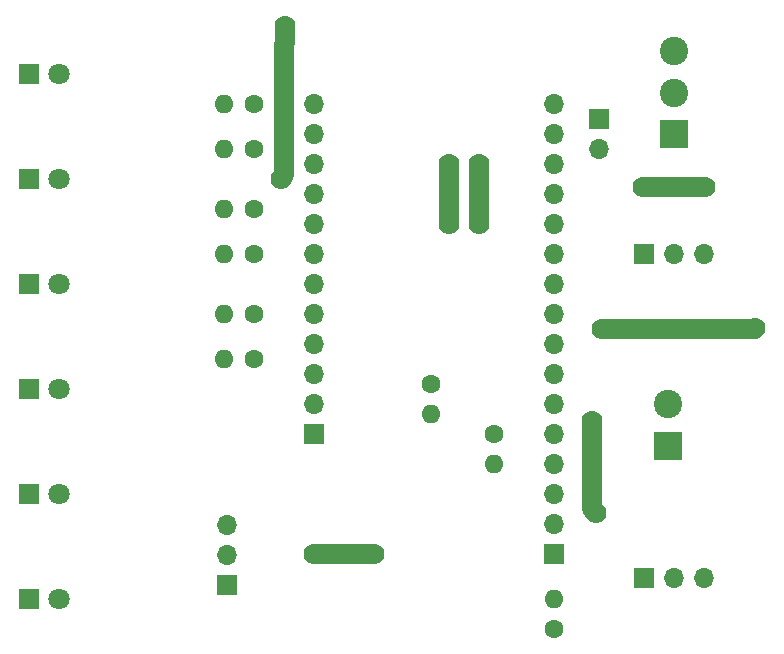
<source format=gbr>
G04 #@! TF.GenerationSoftware,KiCad,Pcbnew,5.1.2-f72e74a~84~ubuntu18.04.1*
G04 #@! TF.CreationDate,2020-03-17T17:37:26-04:00*
G04 #@! TF.ProjectId,knuth-gateway,6b6e7574-682d-4676-9174-657761792e6b,rev?*
G04 #@! TF.SameCoordinates,Original*
G04 #@! TF.FileFunction,Copper,L1,Top*
G04 #@! TF.FilePolarity,Positive*
%FSLAX46Y46*%
G04 Gerber Fmt 4.6, Leading zero omitted, Abs format (unit mm)*
G04 Created by KiCad (PCBNEW 5.1.2-f72e74a~84~ubuntu18.04.1) date 2020-03-17 17:37:26*
%MOMM*%
%LPD*%
G04 APERTURE LIST*
%ADD10O,1.600000X1.600000*%
%ADD11C,1.600000*%
%ADD12O,1.700000X1.700000*%
%ADD13R,1.700000X1.700000*%
%ADD14R,2.400000X2.400000*%
%ADD15C,2.400000*%
%ADD16C,1.800000*%
%ADD17R,1.800000X1.800000*%
%ADD18C,1.778000*%
%ADD19C,1.700000*%
G04 APERTURE END LIST*
D10*
X49530000Y-54610000D03*
D11*
X49530000Y-57150000D03*
D12*
X21831300Y-48336200D03*
X21831300Y-50876200D03*
D13*
X21831300Y-53416200D03*
X57099200Y-52844700D03*
D12*
X59639200Y-52844700D03*
X62179200Y-52844700D03*
D14*
X59131200Y-41643300D03*
D15*
X59131200Y-38143300D03*
D10*
X44450000Y-43180000D03*
D11*
X44450000Y-40640000D03*
D10*
X39052500Y-38989000D03*
D11*
X39052500Y-36449000D03*
D10*
X21590000Y-12700000D03*
D11*
X24130000Y-12700000D03*
D10*
X21590000Y-16510000D03*
D11*
X24130000Y-16510000D03*
D10*
X21590000Y-21590000D03*
D11*
X24130000Y-21590000D03*
D10*
X21590000Y-25400000D03*
D11*
X24130000Y-25400000D03*
D10*
X21590000Y-34290000D03*
D11*
X24130000Y-34290000D03*
D10*
X21590000Y-30480000D03*
D11*
X24130000Y-30480000D03*
D13*
X49530000Y-50800000D03*
D12*
X49530000Y-48260000D03*
X49530000Y-45720000D03*
X49530000Y-43180000D03*
X49530000Y-40640000D03*
X49530000Y-38100000D03*
X49530000Y-35560000D03*
X49530000Y-33020000D03*
X49530000Y-30480000D03*
X49530000Y-27940000D03*
X49530000Y-25400000D03*
X49530000Y-22860000D03*
X49530000Y-20320000D03*
X49530000Y-17780000D03*
X49530000Y-15240000D03*
X49530000Y-12700000D03*
D13*
X29210000Y-40640000D03*
D12*
X29210000Y-38100000D03*
X29210000Y-35560000D03*
X29210000Y-33020000D03*
X29210000Y-30480000D03*
X29210000Y-27940000D03*
X29210000Y-25400000D03*
X29210000Y-22860000D03*
X29210000Y-20320000D03*
X29210000Y-17780000D03*
X29210000Y-15240000D03*
X29210000Y-12700000D03*
D16*
X7620000Y-54610000D03*
D17*
X5080000Y-54610000D03*
X5080000Y-45720000D03*
D16*
X7620000Y-45720000D03*
X7620000Y-36830000D03*
D17*
X5080000Y-36830000D03*
X5080000Y-27940000D03*
D16*
X7620000Y-27940000D03*
X7620000Y-19050000D03*
D17*
X5080000Y-19050000D03*
X5080000Y-10160000D03*
D16*
X7620000Y-10160000D03*
D12*
X53340000Y-16510000D03*
D13*
X53340000Y-13970000D03*
D15*
X59690000Y-8240000D03*
X59690000Y-11740000D03*
D14*
X59690000Y-15240000D03*
D13*
X57150000Y-25400000D03*
D12*
X59690000Y-25400000D03*
X62230000Y-25400000D03*
D18*
X62306200Y-19748500D03*
X57073800Y-19710400D03*
X34290000Y-50800000D03*
X29210000Y-50800000D03*
X40640000Y-22860000D03*
X40640000Y-17780000D03*
X43180000Y-22860000D03*
X43180000Y-17780000D03*
X52717700Y-39547800D03*
X53060600Y-47332900D03*
X53581300Y-31711900D03*
X66509900Y-31661100D03*
X26733500Y-6096000D03*
X26352500Y-19050000D03*
D19*
X29210000Y-50800000D02*
X34290000Y-50800000D01*
X40640000Y-17780000D02*
X40640000Y-22860000D01*
X57111900Y-19748500D02*
X57073800Y-19710400D01*
X62306200Y-19748500D02*
X57111900Y-19748500D01*
X43180000Y-17780000D02*
X43180000Y-22860000D01*
X52717700Y-39547800D02*
X52717700Y-46990000D01*
X52717700Y-46990000D02*
X53060600Y-47332900D01*
X53606700Y-31775400D02*
X66497200Y-31775400D01*
X26670000Y-7607235D02*
X26670000Y-18732500D01*
X26670000Y-18732500D02*
X26352500Y-19050000D01*
X26733500Y-7543735D02*
X26733500Y-6096000D01*
X26670000Y-7607235D02*
X26733500Y-7543735D01*
M02*

</source>
